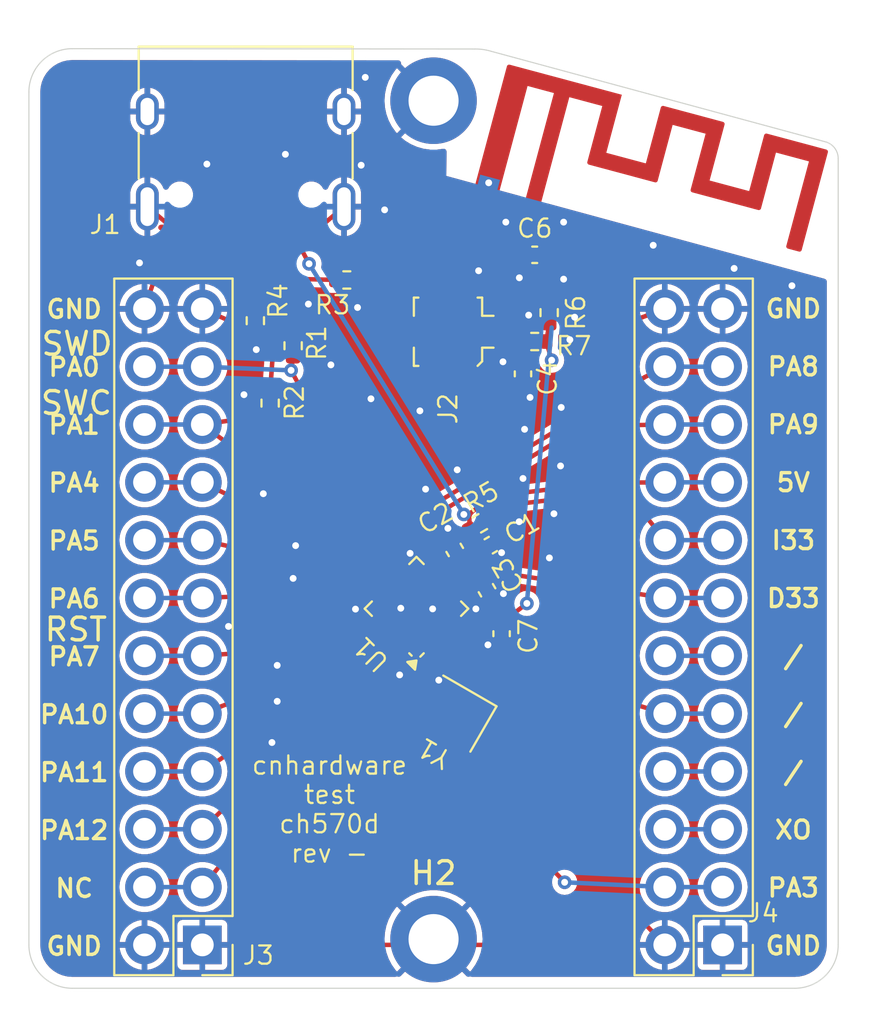
<source format=kicad_pcb>
(kicad_pcb (version 20240108) (generator "pcbnew") (generator_version "8.0")
  (layers (0 "F.Cu" signal) (31 "B.Cu" signal) (34 "B.Paste" user) (35 "F.Paste" user) (36 "B.SilkS" user "B.Silkscreen") (37 "F.SilkS" user "F.Silkscreen") (38 "B.Mask" user) (39 "F.Mask" user) (44 "Edge.Cuts" user))
  (net 0 "")
  (net 1 "+3.3V")
  (net 2 "GND")
  (net 3 "VBUS")
  (net 4 "Net-(J2-In)")
  (net 5 "Net-(U1-ANT)")
  (net 6 "D-")
  (net 7 "Net-(J1-CC1)")
  (net 8 "D+")
  (net 10 "Net-(J1-CC2)")
  (net 12 "Net-(J3-Pin_21)")
  (net 13 "Net-(J3-Pin_19)")
  (net 14 "Net-(J3-Pin_7)")
  (net 15 "Net-(J3-Pin_11)")
  (net 16 "Net-(J3-Pin_5)")
  (net 17 "Net-(J3-Pin_3)")
  (net 18 "Net-(J3-Pin_13)")
  (net 19 "Net-(J4-Pin_19)")
  (net 20 "Net-(J4-Pin_10)")
  (net 21 "Net-(J3-Pin_15)")
  (net 22 "Net-(J4-Pin_21)")
  (net 23 "Net-(J3-Pin_17)")
  (net 24 "Net-(J4-Pin_3)")
  (net 25 "Net-(U1-XI)")
  (net 26 "Net-(U1-XO)")
  (net 27 "Net-(J3-Pin_10)")
  (net 28 "Net-(J4-Pin_7)")
  (net 29 "Net-(J4-Pin_5)")
  (net 30 "Net-(J4-Pin_11)")
  (net 31 "Net-(AE1-Pad1)")
  (footprint "RF_Antenna:Texas_SWRA117D_2.4GHz_Right" (layer "F.Cu") (at 207.650638 64.855 -15)
    (property "Reference" "AE1" (hide yes))
    (property "Value" "0")
    (fp_poly (pts (xy 2.45 -2.51) (xy 4.45 -2.51) (xy 4.45 -5.15) (xy 7.15 -5.15) (xy 7.15 -2.51) (xy 9.15 -2.51) (xy 9.15 -5.15) (xy 11.85 -5.15) (xy 11.85 -0.71) (xy 11.349999 -0.71) (xy 11.349999 -4.65) (xy 9.65 -4.65) (xy 9.65 -2.01) (xy 6.65 -2.01) (xy 6.65 -4.649999) (xy 4.950001 -4.65) (xy 4.95 -2.01) (xy 1.95 -2.01) (xy 1.95 -4.65) (xy 0.25 -4.65) (xy 0.249999 0.25) (xy -0.25 0.249999) (xy -0.25 -4.65) (xy -1.65 -4.65) (xy -1.650001 0.25) (xy -2.55 0.25) (xy -2.55 0.006785) (xy -2.247582 0.006785) (xy -2.237742 0.054395) (xy -2.213674 0.096798) (xy -2.175731 0.129581) (xy -2.167819 0.133935) (xy -2.125156 0.146043) (xy -2.076636 0.1453) (xy -2.031122 0.132401) (xy -2.012511 0.121787) (xy -1.978868 0.086553) (xy -1.958309 0.041367) (xy -1.951778 -0.008158) (xy -1.960218 -0.056418) (xy -1.977112 -0.088643) (xy -2.012372 -0.121312) (xy -2.057682 -0.141408) (xy -2.107267 -0.147983) (xy -2.155352 -0.140091) (xy -2.188246 -0.123186) (xy -2.223185 -0.086416) (xy -2.242847 -0.041622) (xy -2.247582 0.006785) (xy -2.55 0.006785) (xy -2.55 -5.15) (xy 2.45 -5.15) (xy 2.45 -2.51)) (stroke (width 0.2)) (fill solid) (layer "F.Cu"))
    (pad "1" connect rect (at 0 0 345) (size 0.5 0.5) (layers "F.Cu") (net 31 "Net-(AE1-Pad1)"))
    (pad "2" thru_hole rect (at -2.1 0 345) (size 0.9 0.5) (drill 0.3) (layers "*.Cu") (net 2 "GND"))
  )
  (footprint "Resistor_SMD:R_0402_1005Metric" (layer "F.Cu") (at 207.645 71.285)
    (property "Reference" "R7" (at 1.715 0.195 360) (layer "F.SilkS") (effects (font (size 0.8 0.8) (thickness 0.1))))
    (property "Value" "0")
    (pad "1" smd roundrect (at -0.51 0) (size 0.54 0.64) (layers "F.Cu" "F.Paste" "F.Mask") (net 4 "Net-(J2-In)"))
    (pad "2" smd roundrect (at 0.51 0) (size 0.54 0.64) (layers "F.Cu" "F.Paste" "F.Mask") (net 5 "Net-(U1-ANT)"))
  )
  (footprint "Crystal:Crystal_SMD_2016-4Pin_2.0x1.6mm" (layer "F.Cu") (at 204.223782 87.63 150)
    (property "Reference" "Y1" (at 0 -2 150) (layer "F.SilkS") (effects (font (size 0.8 0.8) (thickness 0.1))))
    (property "Value" "32MHz")
    (pad "1" smd rect (at -0.7 0.55 150) (size 0.9 0.8) (layers "F.Cu" "F.Paste" "F.Mask") (net 25 "Net-(U1-XI)"))
    (pad "2" smd rect (at 0.7 0.55 150) (size 0.9 0.8) (layers "F.Cu" "F.Paste" "F.Mask") (net 2 "GND"))
    (pad "3" smd rect (at 0.7 -0.55 150) (size 0.9 0.8) (layers "F.Cu" "F.Paste" "F.Mask") (net 26 "Net-(U1-XO)"))
    (pad "4" smd rect (at -0.7 -0.55 150) (size 0.9 0.8) (layers "F.Cu" "F.Paste" "F.Mask") (net 2 "GND"))
  )
  (footprint "Resistor_SMD:R_0402_1005Metric" (layer "F.Cu") (at 208.28 70.015 -90)
    (property "Reference" "R6" (at 0 -1.17 90) (layer "F.SilkS") (effects (font (size 0.8 0.8) (thickness 0.1))))
    (property "Value" "0")
    (pad "1" smd roundrect (at -0.51 0 270) (size 0.54 0.64) (layers "F.Cu" "F.Paste" "F.Mask") (net 31 "Net-(AE1-Pad1)"))
    (pad "2" smd roundrect (at 0.51 0 270) (size 0.54 0.64) (layers "F.Cu" "F.Paste" "F.Mask") (net 5 "Net-(U1-ANT)"))
  )
  (footprint "Connector_PinHeader_2.54mm:PinHeader_2x12_P2.54mm_Vertical" (layer "F.Cu") (at 215.9 97.79 180)
    (property "Reference" "J4" (at -1.78 1.4 360) (layer "F.SilkS") (effects (font (size 0.8 0.8) (thickness 0.1))))
    (property "Value" "CONN")
    (pad "1" thru_hole rect (at 0 0 180) (size 1.7 1.7) (drill 1) (layers "*.Cu" "*.Mask") (net 2 "GND"))
    (pad "2" thru_hole oval (at 2.54 0 180) (size 1.7 1.7) (drill 1) (layers "*.Cu" "*.Mask") (net 2 "GND"))
    (pad "3" thru_hole oval (at 0 2.54 180) (size 1.7 1.7) (drill 1) (layers "*.Cu" "*.Mask") (net 24 "Net-(J4-Pin_3)"))
    (pad "4" thru_hole oval (at 2.54 2.540001 180) (size 1.7 1.7) (drill 1) (layers "*.Cu" "*.Mask") (net 24 "Net-(J4-Pin_3)"))
    (pad "5" thru_hole oval (at 0 5.08 180) (size 1.7 1.7) (drill 1) (layers "*.Cu" "*.Mask") (net 29 "Net-(J4-Pin_5)"))
    (pad "6" thru_hole oval (at 2.54 5.08 180) (size 1.7 1.7) (drill 1) (layers "*.Cu" "*.Mask") (net 29 "Net-(J4-Pin_5)"))
    (pad "7" thru_hole oval (at 0 7.62 180) (size 1.7 1.7) (drill 1) (layers "*.Cu" "*.Mask") (net 28 "Net-(J4-Pin_7)"))
    (pad "8" thru_hole oval (at 2.54 7.620001 180) (size 1.7 1.7) (drill 1) (layers "*.Cu" "*.Mask") (net 28 "Net-(J4-Pin_7)"))
    (pad "9" thru_hole oval (at 0 10.16 180) (size 1.7 1.7) (drill 1) (layers "*.Cu" "*.Mask") (net 20 "Net-(J4-Pin_10)"))
    (pad "10" thru_hole oval (at 2.54 10.16 180) (size 1.7 1.7) (drill 1) (layers "*.Cu" "*.Mask") (net 20 "Net-(J4-Pin_10)"))
    (pad "11" thru_hole oval (at 0 12.7 180) (size 1.7 1.7) (drill 1) (layers "*.Cu" "*.Mask") (net 30 "Net-(J4-Pin_11)"))
    (pad "12" thru_hole oval (at 2.54 12.700001 180) (size 1.7 1.7) (drill 1) (layers "*.Cu" "*.Mask") (net 30 "Net-(J4-Pin_11)"))
    (pad "13" thru_hole oval (at 0 15.24 180) (size 1.7 1.7) (drill 1) (layers "*.Cu" "*.Mask") (net 1 "+3.3V"))
    (pad "14" thru_hole oval (at 2.54 15.24 180) (size 1.7 1.7) (drill 1) (layers "*.Cu" "*.Mask") (net 1 "+3.3V"))
    (pad "15" thru_hole oval (at 0 17.78 180) (size 1.7 1.7) (drill 1) (layers "*.Cu" "*.Mask") (net 1 "+3.3V"))
    (pad "16" thru_hole oval (at 2.54 17.780001 180) (size 1.7 1.7) (drill 1) (layers "*.Cu" "*.Mask") (net 1 "+3.3V"))
    (pad "17" thru_hole oval (at 0 20.32 180) (size 1.7 1.7) (drill 1) (layers "*.Cu" "*.Mask") (net 3 "VBUS"))
    (pad "18" thru_hole oval (at 2.540001 20.32 180) (size 1.7 1.7) (drill 1) (layers "*.Cu" "*.Mask") (net 3 "VBUS"))
    (pad "19" thru_hole oval (at 0 22.86 180) (size 1.7 1.7) (drill 1) (layers "*.Cu" "*.Mask") (net 19 "Net-(J4-Pin_19)"))
    (pad "20" thru_hole oval (at 2.540001 22.86 180) (size 1.7 1.7) (drill 1) (layers "*.Cu" "*.Mask") (net 19 "Net-(J4-Pin_19)"))
    (pad "21" thru_hole oval (at 0 25.4 180) (size 1.7 1.7) (drill 1) (layers "*.Cu" "*.Mask") (net 22 "Net-(J4-Pin_21)"))
    (pad "22" thru_hole oval (at 2.540001 25.4 180) (size 1.7 1.7) (drill 1) (layers "*.Cu" "*.Mask") (net 22 "Net-(J4-Pin_21)"))
    (pad "23" thru_hole oval (at 0 27.94 180) (size 1.7 1.7) (drill 1) (layers "*.Cu" "*.Mask") (net 2 "GND"))
    (pad "24" thru_hole oval (at 2.540001 27.94 180) (size 1.7 1.7) (drill 1) (layers "*.Cu" "*.Mask") (net 2 "GND"))
  )
  (footprint "Resistor_SMD:R_0402_1005Metric" (layer "F.Cu") (at 199.39 68.58)
    (property "Reference" "R3" (at -0.63 1.1 0) (layer "F.SilkS") (effects (font (size 0.8 0.8) (thickness 0.1))))
    (property "Value" "5.1kΩ")
    (pad "1" smd roundrect (at -0.51 0) (size 0.54 0.64) (layers "F.Cu" "F.Paste" "F.Mask") (net 7 "Net-(J1-CC1)"))
    (pad "2" smd roundrect (at 0.51 0) (size 0.54 0.64) (layers "F.Cu" "F.Paste" "F.Mask") (net 2 "GND"))
  )
  (footprint "Package_DFN_QFN:QFN-20-1EP_3x3mm_P0.4mm_EP1.65x1.65mm" (layer "F.Cu") (at 202.449999 83.020173 135)
    (property "Reference" "U1" (at 0 -2.83 135) (layer "F.SilkS") (effects (font (size 0.8 0.8) (thickness 0.1))))
    (property "Value" "CH570D")
    (pad "1" smd roundrect (at -1.45 -0.799999 135) (size 0.85 0.2) (layers "F.Cu" "F.Paste" "F.Mask") (net 24 "Net-(J4-Pin_3)"))
    (pad "2" smd roundrect (at -1.45 -0.4 135) (size 0.85 0.2) (layers "F.Cu" "F.Paste" "F.Mask") (net 26 "Net-(U1-XO)"))
    (pad "3" smd roundrect (at -1.45 0 135) (size 0.85 0.2) (layers "F.Cu" "F.Paste" "F.Mask") (net 25 "Net-(U1-XI)"))
    (pad "4" smd roundrect (at -1.45 0.4 135) (size 0.85 0.2) (layers "F.Cu" "F.Paste" "F.Mask") (net 20 "Net-(J4-Pin_10)"))
    (pad "5" smd roundrect (at -1.45 0.799999 135) (size 0.85 0.2) (layers "F.Cu" "F.Paste" "F.Mask") (net 5 "Net-(U1-ANT)"))
    (pad "6" smd roundrect (at -0.799999 1.45 135) (size 0.2 0.85) (layers "F.Cu" "F.Paste" "F.Mask") (net 1 "+3.3V"))
    (pad "7" smd roundrect (at -0.4 1.45 135) (size 0.2 0.85) (layers "F.Cu" "F.Paste" "F.Mask") (net 1 "+3.3V"))
    (pad "8" smd roundrect (at 0 1.45 135) (size 0.2 0.85) (layers "F.Cu" "F.Paste" "F.Mask") (net 3 "VBUS"))
    (pad "9" smd roundrect (at 0.4 1.45 135) (size 0.2 0.85) (layers "F.Cu" "F.Paste" "F.Mask") (net 19 "Net-(J4-Pin_19)"))
    (pad "10" smd roundrect (at 0.799999 1.45 135) (size 0.2 0.85) (layers "F.Cu" "F.Paste" "F.Mask") (net 22 "Net-(J4-Pin_21)"))
    (pad "11" smd roundrect (at 1.45 0.799999 135) (size 0.85 0.2) (layers "F.Cu" "F.Paste" "F.Mask") (net 12 "Net-(J3-Pin_21)"))
    (pad "12" smd roundrect (at 1.45 0.4 135) (size 0.85 0.2) (layers "F.Cu" "F.Paste" "F.Mask") (net 13 "Net-(J3-Pin_19)"))
    (pad "13" smd roundrect (at 1.45 0 135) (size 0.85 0.2) (layers "F.Cu" "F.Paste" "F.Mask") (net 23 "Net-(J3-Pin_17)"))
    (pad "14" smd roundrect (at 1.45 -0.4 135) (size 0.85 0.2) (layers "F.Cu" "F.Paste" "F.Mask") (net 21 "Net-(J3-Pin_15)"))
    (pad "15" smd roundrect (at 1.45 -0.799999 135) (size 0.85 0.2) (layers "F.Cu" "F.Paste" "F.Mask") (net 18 "Net-(J3-Pin_13)"))
    (pad "16" smd roundrect (at 0.799999 -1.45 135) (size 0.2 0.85) (layers "F.Cu" "F.Paste" "F.Mask") (net 15 "Net-(J3-Pin_11)"))
    (pad "17" smd roundrect (at 0.4 -1.45 135) (size 0.2 0.85) (layers "F.Cu" "F.Paste" "F.Mask") (net 27 "Net-(J3-Pin_10)"))
    (pad "18" smd roundrect (at 0 -1.45 135) (size 0.2 0.85) (layers "F.Cu" "F.Paste" "F.Mask") (net 14 "Net-(J3-Pin_7)"))
    (pad "19" smd roundrect (at -0.4 -1.45 135) (size 0.2 0.85) (layers "F.Cu" "F.Paste" "F.Mask") (net 16 "Net-(J3-Pin_5)"))
    (pad "20" smd roundrect (at -0.799999 -1.45 135) (size 0.2 0.85) (layers "F.Cu" "F.Paste" "F.Mask") (net 17 "Net-(J3-Pin_3)"))
    (pad "21" smd rect (at 0 0 135) (size 1.65 1.65) (property pad_prop_heatsink) (layers "F.Cu" "F.Mask") (net 2 "GND"))
  )
  (footprint "Capacitor_SMD:C_0402_1005Metric" (layer "F.Cu") (at 205.715692 80.23 30)
    (property "Reference" "C1" (at 1.551525 0.041295 30) (layer "F.SilkS") (effects (font (size 0.8 0.8) (thickness 0.1))))
    (property "Value" "2.2uF")
    (pad "1" smd roundrect (at -0.48 0 30) (size 0.56 0.62) (layers "F.Cu" "F.Paste" "F.Mask") (net 1 "+3.3V"))
    (pad "2" smd roundrect (at 0.48 0 30) (size 0.56 0.62) (layers "F.Cu" "F.Paste" "F.Mask") (net 2 "GND"))
  )
  (footprint "Resistor_SMD:R_0402_1005Metric" (layer "F.Cu") (at 205.23 79.27 30)
    (property "Reference" "R5" (at 0.621962 -0.957269 30) (layer "F.SilkS") (effects (font (size 0.8 0.8) (thickness 0.1))))
    (property "Value" "1.5kΩ")
    (pad "1" smd roundrect (at -0.51 0 30) (size 0.54 0.64) (layers "F.Cu" "F.Paste" "F.Mask") (net 3 "VBUS"))
    (pad "2" smd roundrect (at 0.51 0 30) (size 0.54 0.64) (layers "F.Cu" "F.Paste" "F.Mask") (net 1 "+3.3V"))
  )
  (footprint "Connector_PinHeader_2.54mm:PinHeader_2x12_P2.54mm_Vertical" (layer "F.Cu") (at 193.04 97.79 180)
    (property "Reference" "J3" (at -2.46 -0.46 360) (layer "F.SilkS") (effects (font (size 0.8 0.8) (thickness 0.1))))
    (property "Value" "CONN")
    (pad "1" thru_hole rect (at 0 0 180) (size 1.7 1.7) (drill 1) (layers "*.Cu" "*.Mask") (net 2 "GND"))
    (pad "2" thru_hole oval (at 2.54 0 180) (size 1.7 1.7) (drill 1) (layers "*.Cu" "*.Mask") (net 2 "GND"))
    (pad "3" thru_hole oval (at 0 2.54 180) (size 1.7 1.7) (drill 1) (layers "*.Cu" "*.Mask") (net 17 "Net-(J3-Pin_3)"))
    (pad "4" thru_hole oval (at 2.54 2.540001 180) (size 1.7 1.7) (drill 1) (layers "*.Cu" "*.Mask") (net 17 "Net-(J3-Pin_3)"))
    (pad "5" thru_hole oval (at 0 5.08 180) (size 1.7 1.7) (drill 1) (layers "*.Cu" "*.Mask") (net 16 "Net-(J3-Pin_5)"))
    (pad "6" thru_hole oval (at 2.54 5.08 180) (size 1.7 1.7) (drill 1) (layers "*.Cu" "*.Mask") (net 16 "Net-(J3-Pin_5)"))
    (pad "7" thru_hole oval (at 0 7.62 180) (size 1.7 1.7) (drill 1) (layers "*.Cu" "*.Mask") (net 14 "Net-(J3-Pin_7)"))
    (pad "8" thru_hole oval (at 2.54 7.620001 180) (size 1.7 1.7) (drill 1) (layers "*.Cu" "*.Mask") (net 14 "Net-(J3-Pin_7)"))
    (pad "9" thru_hole oval (at 0 10.16 180) (size 1.7 1.7) (drill 1) (layers "*.Cu" "*.Mask") (net 27 "Net-(J3-Pin_10)"))
    (pad "10" thru_hole oval (at 2.54 10.16 180) (size 1.7 1.7) (drill 1) (layers "*.Cu" "*.Mask") (net 27 "Net-(J3-Pin_10)"))
    (pad "11" thru_hole oval (at 0 12.7 180) (size 1.7 1.7) (drill 1) (layers "*.Cu" "*.Mask") (net 15 "Net-(J3-Pin_11)"))
    (pad "12" thru_hole oval (at 2.54 12.700001 180) (size 1.7 1.7) (drill 1) (layers "*.Cu" "*.Mask") (net 15 "Net-(J3-Pin_11)"))
    (pad "13" thru_hole oval (at 0 15.24 180) (size 1.7 1.7) (drill 1) (layers "*.Cu" "*.Mask") (net 18 "Net-(J3-Pin_13)"))
    (pad "14" thru_hole oval (at 2.54 15.24 180) (size 1.7 1.7) (drill 1) (layers "*.Cu" "*.Mask") (net 18 "Net-(J3-Pin_13)"))
    (pad "15" thru_hole oval (at 0 17.78 180) (size 1.7 1.7) (drill 1) (layers "*.Cu" "*.Mask") (net 21 "Net-(J3-Pin_15)"))
    (pad "16" thru_hole oval (at 2.54 17.780001 180) (size 1.7 1.7) (drill 1) (layers "*.Cu" "*.Mask") (net 21 "Net-(J3-Pin_15)"))
    (pad "17" thru_hole oval (at 0 20.32 180) (size 1.7 1.7) (drill 1) (layers "*.Cu" "*.Mask") (net 23 "Net-(J3-Pin_17)"))
    (pad "18" thru_hole oval (at 2.540001 20.32 180) (size 1.7 1.7) (drill 1) (layers "*.Cu" "*.Mask") (net 23 "Net-(J3-Pin_17)"))
    (pad "19" thru_hole oval (at 0 22.86 180) (size 1.7 1.7) (drill 1) (layers "*.Cu" "*.Mask") (net 13 "Net-(J3-Pin_19)"))
    (pad "20" thru_hole oval (at 2.540001 22.86 180) (size 1.7 1.7) (drill 1) (layers "*.Cu" "*.Mask") (net 13 "Net-(J3-Pin_19)"))
    (pad "21" thru_hole oval (at 0 25.4 180) (size 1.7 1.7) (drill 1) (layers "*.Cu" "*.Mask") (net 12 "Net-(J3-Pin_21)"))
    (pad "22" thru_hole oval (at 2.540001 25.4 180) (size 1.7 1.7) (drill 1) (layers "*.Cu" "*.Mask") (net 12 "Net-(J3-Pin_21)"))
    (pad "23" thru_hole oval (at 0 27.94 180) (size 1.7 1.7) (drill 1) (layers "*.Cu" "*.Mask") (net 2 "GND"))
    (pad "24" thru_hole oval (at 2.540001 27.94 180) (size 1.7 1.7) (drill 1) (layers "*.Cu" "*.Mask") (net 2 "GND"))
  )
  (footprint "Capacitor_SMD:C_0402_1005Metric" (layer "F.Cu") (at 206.19 84.12 90)
    (property "Reference" "C7" (at -0.11 1.17 90) (layer "F.SilkS") (effects (font (size 0.8 0.8) (thickness 0.1))))
    (property "Value" "NP")
    (pad "1" smd roundrect (at -0.48 0 90) (size 0.56 0.62) (layers "F.Cu" "F.Paste" "F.Mask") (net 2 "GND"))
    (pad "2" smd roundrect (at 0.48 0 90) (size 0.56 0.62) (layers "F.Cu" "F.Paste" "F.Mask") (net 5 "Net-(U1-ANT)"))
  )
  (footprint "Connector_USB:USB_C_Receptacle_HRO_TYPE-C-31-M-12" (layer "F.Cu") (at 194.945 62.23 180)
    (property "Reference" "J1" (at 6.175 -3.92 360) (layer "F.SilkS") (effects (font (size 0.8 0.8) (thickness 0.1))))
    (property "Value" "USB_C_Receptacle_USB2.0")
    (pad "" np_thru_hole circle (at -2.89 -2.6 180) (size 0.65 0.65) (drill 0.65) (layers "*.Cu" "*.Mask"))
    (pad "" np_thru_hole circle (at 2.89 -2.6 180) (size 0.65 0.65) (drill 0.65) (layers "*.Cu" "*.Mask"))
    (pad "A1" smd rect (at -3.25 -4.045 180) (size 0.6 1.45) (layers "F.Cu" "F.Paste" "F.Mask") (net 2 "GND"))
    (pad "A4" smd rect (at -2.45 -4.045 180) (size 0.6 1.45) (layers "F.Cu" "F.Paste" "F.Mask") (net 3 "VBUS"))
    (pad "A5" smd rect (at -1.25 -4.045 180) (size 0.3 1.45) (layers "F.Cu" "F.Paste" "F.Mask") (net 7 "Net-(J1-CC1)"))
    (pad "A6" smd rect (at -0.25 -4.045 180) (size 0.3 1.45) (layers "F.Cu" "F.Paste" "F.Mask") (net 8 "D+"))
    (pad "A7" smd rect (at 0.25 -4.045 180) (size 0.3 1.45) (layers "F.Cu" "F.Paste" "F.Mask") (net 6 "D-"))
    (pad "A8" smd rect (at 1.25 -4.045 180) (size 0.3 1.45) (layers "F.Cu" "F.Paste" "F.Mask"))
    (pad "A9" smd rect (at 2.45 -4.045 180) (size 0.6 1.45) (layers "F.Cu" "F.Paste" "F.Mask") (net 3 "VBUS"))
    (pad "A12" smd rect (at 3.25 -4.045 180) (size 0.6 1.45) (layers "F.Cu" "F.Paste" "F.Mask") (net 2 "GND"))
    (pad "B1" smd rect (at 3.25 -4.045 180) (size 0.6 1.45) (layers "F.Cu" "F.Paste" "F.Mask") (net 2 "GND"))
    (pad "B4" smd rect (at 2.45 -4.045 180) (size 0.6 1.45) (layers "F.Cu" "F.Paste" "F.Mask") (net 3 "VBUS"))
    (pad "B5" smd rect (at 1.749999 -4.045 180) (size 0.3 1.45) (layers "F.Cu" "F.Paste" "F.Mask") (net 10 "Net-(J1-CC2)"))
    (pad "B6" smd rect (at 0.75 -4.045 180) (size 0.3 1.45) (layers "F.Cu" "F.Paste" "F.Mask") (net 8 "D+"))
    (pad "B7" smd rect (at -0.75 -4.045 180) (size 0.3 1.45) (layers "F.Cu" "F.Paste" "F.Mask") (net 6 "D-"))
    (pad "B8" smd rect (at -1.749999 -4.045 180) (size 0.3 1.45) (layers "F.Cu" "F.Paste" "F.Mask"))
    (pad "B9" smd rect (at -2.45 -4.045 180) (size 0.6 1.45) (layers "F.Cu" "F.Paste" "F.Mask") (net 3 "VBUS"))
    (pad "B12" smd rect (at -3.25 -4.045 180) (size 0.6 1.45) (layers "F.Cu" "F.Paste" "F.Mask") (net 2 "GND"))
    (pad "S1" thru_hole oval (at -4.32 -3.130001 180) (size 1 2.1) (drill oval 0.6 1.7) (layers "*.Cu" "*.Mask") (net 2 "GND"))
    (pad "S1" thru_hole oval (at -4.32 1.05 180) (size 1 1.6) (drill oval 0.6 1.2) (layers "*.Cu" "*.Mask") (net 2 "GND"))
    (pad "S1" thru_hole oval (at 4.32 -3.130001 180) (size 1 2.1) (drill oval 0.6 1.7) (layers "*.Cu" "*.Mask") (net 2 "GND"))
    (pad "S1" thru_hole oval (at 4.32 1.05 180) (size 1 1.6) (drill oval 0.6 1.2) (layers "*.Cu" "*.Mask") (net 2 "GND"))
  )
  (footprint "MountingHole:MountingHole_2.2mm_M2_DIN965_Pad" (layer "F.Cu") (at 203.2 60.706)
    (property "Reference" "H1" (hide yes))
    (property "Value" "MountingHole_Pad")
    (pad "1" thru_hole circle (at 0 0) (size 3.8 3.8) (drill 2.2) (layers "*.Cu" "*.Mask") (net 2 "GND"))
  )
  (footprint "Connector_Coaxial:U.FL_Molex_MCRF_73412-0110_Vertical" (layer "F.Cu") (at 203.835 70.855 90)
    (property "Reference" "J2" (at -3.38 0 90) (layer "F.SilkS") (effects (font (size 0.8 0.8) (thickness 0.1))))
    (property "Value" "UFL")
    (pad "1" smd rect (at 0 1.5 90) (size 1 1) (layers "F.Cu" "F.Paste" "F.Mask") (net 4 "Net-(J2-In)"))
    (pad "2" smd rect (at -1.475 0 90) (size 1.05 2.2) (layers "F.Cu" "F.Paste" "F.Mask") (net 2 "GND"))
    (pad "2" smd rect (at 0 -1.5 90) (size 1 1) (layers "F.Cu" "F.Paste" "F.Mask") (net 2 "GND"))
    (pad "2" smd rect (at 1.475 0 90) (size 1.05 2.2) (layers "F.Cu" "F.Paste" "F.Mask") (net 2 "GND"))
  )
  (footprint "Capacitor_SMD:C_0402_1005Metric" (layer "F.Cu") (at 207.645 67.475)
    (property "Reference" "C6" (at 0 -1.16 0) (layer "F.SilkS") (effects (font (size 0.8 0.8) (thickness 0.1))))
    (property "Value" "NP")
    (pad "1" smd roundrect (at -0.48 0) (size 0.56 0.62) (layers "F.Cu" "F.Paste" "F.Mask") (net 2 "GND"))
    (pad "2" smd roundrect (at 0.48 0) (size 0.56 0.62) (layers "F.Cu" "F.Paste" "F.Mask") (net 31 "Net-(AE1-Pad1)"))
  )
  (footprint "Resistor_SMD:R_0402_1005Metric" (layer "F.Cu") (at 195.37 70.37 -90)
    (property "Reference" "R4" (at -0.87 -1 90) (layer "F.SilkS") (effects (font (size 0.8 0.8) (thickness 0.1))))
    (property "Value" "5.1kΩ")
    (pad "1" smd roundrect (at -0.51 0 270) (size 0.54 0.64) (layers "F.Cu" "F.Paste" "F.Mask") (net 10 "Net-(J1-CC2)"))
    (pad "2" smd roundrect (at 0.51 0 270) (size 0.54 0.64) (layers "F.Cu" "F.Paste" "F.Mask") (net 2 "GND"))
  )
  (footprint "Capacitor_SMD:C_0402_1005Metric" (layer "F.Cu") (at 204.13 80.44 120)
    (property "Reference" "C2" (at 1.628775 -0.041122 30) (layer "F.SilkS") (effects (font (size 0.8 0.8) (thickness 0.1))))
    (property "Value" "4.7u")
    (pad "1" smd roundrect (at -0.48 0 120) (size 0.56 0.62) (layers "F.Cu" "F.Paste" "F.Mask") (net 3 "VBUS"))
    (pad "2" smd roundrect (at 0.48 0 120) (size 0.56 0.62) (layers "F.Cu" "F.Paste" "F.Mask") (net 2 "GND"))
  )
  (footprint "MountingHole:MountingHole_2.2mm_M2_DIN965_Pad" (layer "F.Cu") (at 203.2 97.536)
    (property "Reference" "H2" (at 0 -2.9 0) (layer "F.SilkS"))
    (property "Value" "MountingHole_Pad")
    (pad "1" thru_hole circle (at 0 0) (size 3.8 3.8) (drill 2.2) (layers "*.Cu" "*.Mask") (net 2 "GND"))
  )
  (footprint "Capacitor_SMD:C_0402_1005Metric" (layer "F.Cu") (at 207.13 72.705 90)
    (property "Reference" "C4" (at -0.185 1.08 90) (layer "F.SilkS") (effects (font (size 0.8 0.8) (thickness 0.1))))
    (property "Value" "NP")
    (pad "1" smd roundrect (at -0.48 0 90) (size 0.56 0.62) (layers "F.Cu" "F.Paste" "F.Mask") (net 2 "GND"))
    (pad "2" smd roundrect (at 0.48 0 90) (size 0.56 0.62) (layers "F.Cu" "F.Paste" "F.Mask") (net 4 "Net-(J2-In)"))
  )
  (footprint "Resistor_SMD:R_0402_1005Metric" (layer "F.Cu") (at 197.03 71.47 90)
    (property "Reference" "R1" (at 0.12 1.04 90) (layer "F.SilkS") (effects (font (size 0.8 0.8) (thickness 0.1))))
    (property "Value" "49.9Ω")
    (pad "1" smd roundrect (at -0.51 0 90) (size 0.54 0.64) (layers "F.Cu" "F.Paste" "F.Mask") (net 12 "Net-(J3-Pin_21)"))
    (pad "2" smd roundrect (at 0.51 0 90) (size 0.54 0.64) (layers "F.Cu" "F.Paste" "F.Mask") (net 6 "D-"))
  )
  (footprint "Resistor_SMD:R_0402_1005Metric" (layer "F.Cu") (at 196.02 73.99 90)
    (property "Reference" "R2" (at 0.02 1.07 90) (layer "F.SilkS") (effects (font (size 0.8 0.8) (thickness 0.1))))
    (property "Value" "49.9Ω")
    (pad "1" smd roundrect (at -0.51 0 90) (size 0.54 0.64) (layers "F.Cu" "F.Paste" "F.Mask") (net 13 "Net-(J3-Pin_19)"))
    (pad "2" smd roundrect (at 0.51 0 90) (size 0.54 0.64) (layers "F.Cu" "F.Paste" "F.Mask") (net 8 "D+"))
  )
  (footprint "Capacitor_SMD:C_0402_1005Metric" (layer "F.Cu") (at 205.55 82.21 -60)
    (property "Reference" "C3" (at -0.101577 -1.144064 120) (layer "F.SilkS") (effects (font (size 0.8 0.8) (thickness 0.1))))
    (property "Value" "0.1uF")
    (pad "1" smd roundrect (at -0.48 0 300) (size 0.56 0.62) (layers "F.Cu" "F.Paste" "F.Mask") (net 1 "+3.3V"))
    (pad "2" smd roundrect (at 0.48 0 300) (size 0.56 0.62) (layers "F.Cu" "F.Paste" "F.Mask") (net 2 "GND"))
  )
  (gr_arc (start 185.42 60.325) (mid 185.977962 58.977962) (end 187.325 58.42) (stroke (width 0.05)) (layer "Edge.Cuts"))
  (gr_line (start 187.325 58.42) (end 205.011063 58.434841) (stroke (width 0.05)) (layer "Edge.Cuts"))
  (gr_arc (start 187.325 99.695) (mid 185.977962 99.137038) (end 185.42 97.79) (stroke (width 0.05)) (layer "Edge.Cuts"))
  (gr_arc (start 220.459075 62.52314) (mid 220.8362 62.800498) (end 220.98 63.246) (stroke (width 0.05)) (layer "Edge.Cuts"))
  (gr_line (start 185.42 97.79) (end 185.42 60.325) (stroke (width 0.05)) (layer "Edge.Cuts"))
  (gr_line (start 219.075 99.695) (end 187.325 99.695) (stroke (width 0.05)) (layer "Edge.Cuts"))
  (gr_line (start 220.459075 62.52314) (end 205.75 58.540001) (stroke (width 0.05)) (layer "Edge.Cuts"))
  (gr_arc (start 220.98 97.79) (mid 220.422038 99.137038) (end 219.075 99.695) (stroke (width 0.05)) (layer "Edge.Cuts"))
  (gr_arc (start 205.011063 58.434841) (mid 205.384688 58.458218) (end 205.75 58.540001) (stroke (width 0.05)) (layer "Edge.Cuts"))
  (gr_line (start 220.98 63.246) (end 220.98 97.79) (stroke (width 0.05)) (layer "Edge.Cuts"))
  (gr_text "SWD" (at 185.89 71.97 0) (layer "F.SilkS") (effects (font (size 1 1)) (justify left bottom)))
  (gr_text "GND\n\nPA8\n\nPA9\n\n5V\n\nI33\n\nD33\n\n/\n\n/\n\n/\n\nXO\n\nPA3\n\nGND" (at 219.01 98.29 0) (layer "F.SilkS") (effects (font (size 0.79 0.79)) (justify bottom)))
  (gr_text "SWC" (at 185.86 74.57 0) (layer "F.SilkS") (effects (font (size 1 1)) (justify left bottom)))
  (gr_text "cnhardware\ntest\nch570d\nrev -" (at 198.628 94.234 0) (layer "F.SilkS") (effects (font (size 0.8 0.8) (thickness 0.1)) (justify bottom)))
  (gr_text "GND\n\nPA0\n\nPA1\n\nPA4\n\nPA5\n\nPA6\n\nPA7\n\nPA10\n\nPA11\n\nPA12\n\nNC\n\nGND" (at 187.41 98.31 0) (layer "F.SilkS") (effects (font (size 0.79 0.79)) (justify bottom)))
  (gr_text "RST" (at 186.03 84.52 0) (layer "F.SilkS") (effects (font (size 1 1)) (justify left bottom)))
  (segment (start 212.14 78.47) (end 213.36 80.009999) (width 0.195) (layer "F.Cu") (net 1))
  (segment (start 213.36 82.55) (end 206.66 81.52) (width 0.195) (layer "F.Cu") (net 1))
  (segment (start 205.31 81.794308) (end 204.58 82.04) (width 0.195) (layer "F.Cu") (net 1))
  (segment (start 206.83 78.43) (end 205.671673 79.015) (width 0.195) (layer "F.Cu") (net 1))
  (segment (start 204.58 82.04) (end 204.040989 82.560553) (width 0.195) (layer "F.Cu") (net 1))
  (segment (start 206.66 81.52) (end 205.31 81.794308) (width 0.195) (layer "F.Cu") (net 1))
  (segment (start 210.85 77.94) (end 212.14 78.47) (width 0.195) (layer "F.Cu") (net 1))
  (segment (start 205.3 80.47) (end 205.46 79.58) (width 0.195) (layer "F.Cu") (net 1))
  (segment (start 205.16 81.18) (end 205.31 81.794308) (width 0.195) (layer "F.Cu") (net 1))
  (segment (start 206.83 78.43) (end 210.85 77.94) (width 0.195) (layer "F.Cu") (net 1))
  (segment (start 205.16 81.18) (end 205.3 80.47) (width 0.195) (layer "F.Cu") (net 1))
  (segment (start 205.46 79.58) (end 205.671673 79.015) (width 0.195) (layer "F.Cu") (net 1))
  (segment (start 203.758146 82.277711) (end 204.4 81.66) (width 0.195) (layer "F.Cu") (net 1))
  (segment (start 204.4 81.66) (end 205.16 81.18) (width 0.195) (layer "F.Cu") (net 1))
  (segment (start 213.36 82.55) (end 215.9 82.55) (width 0.195) (layer "B.Cu") (net 1))
  (segment (start 213.36 80.009999) (end 215.9 80.01) (width 0.195) (layer "B.Cu") (net 1))
  (segment (start 203.835 69.38) (end 203.355 67.475) (width 0.195) (layer "F.Cu") (net 2))
  (segment (start 195.37 70.88) (end 193.04 69.85) (width 0.195) (layer "F.Cu") (net 2))
  (segment (start 207.13 73.185) (end 209.08 72.86) (width 0.195) (layer "F.Cu") (net 2))
  (segment (start 206.27 82.36) (end 206.27 82.235692) (width 0.195) (layer "F.Cu") (net 2))
  (segment (start 198.195 66.275) (end 199.265 65.360001) (width 0.195) (layer "F.Cu") (net 2))
  (segment (start 203.302171 67.372829) (end 203.355 67.475) (width 0.195) (layer "F.Cu") (net 2))
  (segment (start 205.622194 64.31148) (end 204.795795 65.095795) (width 0.195) (layer "F.Cu") (net 2))
  (segment (start 198.195 66.275) (end 199.9 68.58) (width 0.195) (layer "F.Cu") (net 2))
  (segment (start 199.265 65.360001) (end 199.265 61.18) (width 0.195) (layer "F.Cu") (net 2))
  (segment (start 190.625 61.18) (end 190.625 65.360001) (width 0.195) (layer "F.Cu") (net 2))
  (segment (start 207.13 73.185) (end 203.835 72.33) (width 0.195) (layer "F.Cu") (net 2))
  (segment (start 193.04 97.79) (end 213.36 97.79) (width 0.195) (layer "F.Cu") (net 2))
  (segment (start 195.37 70.88) (end 195.41 71.64) (width 0.195) (layer "F.Cu") (net 2))
  (segment (start 203.892564 86.803686) (end 203.43 86.16) (width 0.195) (layer "F.Cu") (net 2))
  (segment (start 209.08 72.86) (end 209.17 72.845) (width 0.195) (layer "F.Cu") (net 2))
  (segment (start 206.27 82.235692) (end 206.17 82.135692) (width 0.195) (layer "F.Cu") (net 2))
  (segment (start 199.9 68.58) (end 199.62 69.38) (width 0.195) (layer "F.Cu") (net 2))
  (segment (start 206.131384 79.99) (end 206.19 80.56) (width 0.195) (layer "F.Cu") (net 2))
  (segment (start 202.37 64.135) (end 203.302171 65.937829) (width 0.195) (layer "F.Cu") (net 2))
  (segment (start 206.19 84.6) (end 205.59 84.61) (width 0.195) (layer "F.Cu") (net 2))
  (segment (start 199.62 69.38) (end 197.7 69.64) (width 0.195) (layer "F.Cu") (net 2))
  (segment (start 203.835 72.33) (end 202.335 70.855) (width 0.195) (layer "F.Cu") (net 2))
  (segment (start 191.695 66.275) (end 190.499999 69.85) (width 0.195) (layer "F.Cu") (net 2))
  (segment (start 205.622194 64.31148) (end 205.74 65.405) (width 0.195) (layer "F.Cu") (net 2))
  (segment (start 203.83 79.49) (end 203.89 80.024308) (width 0.195) (layer "F.Cu") (net 2))
  (segment (start 202.335 70.855) (end 203.835 69.38) (width 0.195) (layer "F.Cu") (net 2))
  (segment (start 213.36 97.79) (end 204.555 88.456314) (width 0.195) (layer "F.Cu") (net 2))
  (segment (start 191.695 66.275) (end 190.625 65.360001) (width 0.195) (layer "F.Cu") (net 2))
  (segment (start 203.16 83.03) (end 201.76 83) (width 0.195) (layer "F.Cu") (net 2))
  (segment (start 209.17 71.41) (end 213.359999 69.85) (width 0.195) (layer "F.Cu") (net 2))
  (via (at 208.78 76.75) (size 0.6) (drill 0.3) (layers "F.Cu" "B.Cu") (net 2))
  (via (at 194.87 73.62) (size 0.6) (drill 0.3) (layers "F.Cu" "B.Cu") (net 2))
  (via (at 190.28 67.83) (size 0.6) (drill 0.3) (layers "F.Cu" "B.Cu") (net 2))
  (via (at 200.45 73.8) (size 0.6) (drill 0.3) (layers "F.Cu" "B.Cu") (net 2))
  (via (at 203.43 86.16) (size 0.6) (drill 0.3) (layers "F.Cu" "B.Cu") (net 2))
  (via (at 208.49 78.85) (size 0.6) (drill 0.3) (layers "F.Cu" "B.Cu") (net 2))
  (via (at 202.6 74.33) (size 0.6) (drill 0.3) (layers "F.Cu" "B.Cu") (net 2))
  (via (at 194.19 83.8) (size 0.6) (drill 0.3) (layers "F.Cu" "B.Cu") (net 2))
  (via (at 200.2 59.68) (size 0.6) (drill 0.3) (layers "F.Cu" "B.Cu") (net 2))
  (via (at 199.86 69.79) (size 0.6) (drill 0.3) (layers "F.Cu" "B.Cu") (net 2))
  (via (at 193.24 63.49) (size 0.6) (drill 0.3) (layers "F.Cu" "B.Cu") (net 2))
  (via (at 203.16 83.03) (size 0.6) (drill 0.3) (layers "F.Cu" "B.Cu") (net 2))
  (via (at 207.38 70.125) (size 0.6) (drill 0.3) (layers "F.Cu" "B.Cu") (net 2))
  (via (at 205.06 83.03) (size 0.6) (drill 0.3) (layers "F.Cu" "B.Cu") (net 2))
  (via (at 197.7 69.64) (size 0.6) (drill 0.3) (layers "F.Cu" "B.Cu") (net 2))
  (via (at 203.83 79.49) (size 0.6) (drill 0.3) (layers "F.Cu" "B.Cu") (net 2))
  (via (at 206.96 79.2) (size 0.6) (drill 0.3) (layers "F.Cu" "B.Cu") (net 2))
  (via (at 212.852 67.056) (size 0.6) (drill 0.3) (layers "F.Cu" "B.Cu") (net 2))
  (via (at 206.97 68.485) (size 0.6) (drill 0.3) (layers "F.Cu" "B.Cu") (net 2))
  (via (at 199.77 83.04) (size 0.6) (drill 0.3) (layers "F.Cu" "B.Cu") (net 2))
  (via (at 198.69 72.31) (size 0.6) (drill 0.3) (layers "F.Cu" "B.Cu") (net 2))
  (via (at 208.915 66.04) (size 0.6) (drill 0.3) (layers "F.Cu" "B.Cu") (net 2))
  (via (at 200.02 63.54) (size 0.6) (drill 0.3) (layers "F.Cu" "B.Cu") (net 2))
  (via (at 208.915 68.545) (size 0.6) (drill 0.3) (layers "F.Cu" "B.Cu") (net 2))
  (via (at 209.4 70.215) (size 0.6) (drill 0.3) (layers "F.Cu" "B.Cu") (net 2))
  (via (at 202.17 80.59) (size 0.6) (drill 0.3) (layers "F.Cu" "B.Cu") (net 2))
  (via (at 216.408 68.072) (size 0.6) (drill 0.3) (layers "F.Cu" "B.Cu") (net 2))
  (via (at 207.13 77.3) (size 0.6) (drill 0.3) (layers "F.Cu" "B.Cu") (net 2))
  (via (at 202.85 77.77) (size 0.6) (drill 0.3) (layers "F.Cu" "B.Cu") (net 2))
  (via (at 201.05 65.5) (size 0.6) (drill 0.3) (layers "F.Cu" "B.Cu") (net 2))
  (via (at 206.375 66.04) (size 0.6) (drill 0.3) (layers "F.Cu" "B.Cu") (net 2))
  (via (at 201.76 83) (size 0.6) (drill 0.3) (layers "F.Cu" "B.Cu") (net 2))
  (via (at 205.18 68.175) (size 0.6) (drill 0.3) (layers "F.Cu" "B.Cu") (net 2))
  (via (at 218.948 68.834) (size 0.6) (drill 0.3) (layers "F.Cu" "B.Cu") (net 2))
  (via (at 195.72 77.97) (size 0.6) (drill 0.3) (layers "F.Cu" "B.Cu") (net 2))
  (via (at 206.19 80.56) (size 0.6) (drill 0.3) (layers "F.Cu" "B.Cu") (net 2))
  (via (at 195.41 71.64) (size 0.6) (drill 0.3) (layers "F.Cu" "B.Cu") (net 2))
  (via (at 196.33 85.51) (size 0.6) (drill 0.3) (layers "F.Cu" "B.Cu") (net 2))
  (via (at 208.81 74.18) (size 0.6) (drill 0.3) (layers "F.Cu" "B.Cu") (net 2))
  (via (at 207.44 73.74) (size 0.6) (drill 0.3) (layers "F.Cu" "B.Cu") (net 2))
  (via (at 206.27 82.36) (size 0.6) (drill 0.3) (layers "F.Cu" "B.Cu") (net 2))
  (via (at 205.59 84.61) (size 0.6) (drill 0.3) (layers "F.Cu" "B.Cu") (net 2))
  (via (at 204.24 76.92) (size 0.6) (drill 0.3) (layers "F.Cu" "B.Cu") (net 2))
  (via (at 206.25 72.175) (size 0.6) (drill 0.3) (layers "F.Cu" "B.Cu") (net 2))
  (via (at 197.14 80.25) (size 0.6) (drill 0.3) (layers "F.Cu" "B.Cu") (net 2))
  (via (at 207.2 75.14) (size 0.6) (drill 0.3) (layers "F.Cu" "B.Cu") (net 2))
  (via (at 208.29 80.79) (size 0.6) (drill 0.3) (layers "F.Cu" "B.Cu") (net 2))
  (via (at 197.03 81.69) (size 0.6) (drill 0.3) (layers "F.Cu" "B.Cu") (net 2))
  (via (at 196.1 88.9) (size 0.6) (drill 0.3) (layers "F.Cu" "B.Cu") (net 2))
  (via (at 196.33 87.09) (size 0.6) (drill 0.3) (layers "F.Cu" "B.Cu") (net 2))
  (via (at 196.69 63.06) (size 0.6) (drill 0.3) (layers "F.Cu" "B.Cu") (net 2))
  (via (at 209.19 71.205) (size 0.6) (drill 0.3) (layers "F.Cu" "B.Cu") (net 2))
  (via (at 201.71 85.93) (size 0.6) (drill 0.3) (layers "F.Cu" "B.Cu") (net 2))
  (segment (start 215.9 97.79) (end 213.36 97.79) (width 0.195) (layer "B.Cu") (net 2))
  (segment (start 215.9 69.85) (end 213.359999 69.85) (width 0.195) (layer "B.Cu") (net 2))
  (segment (start 206.19 80.56) (end 203.83 79.49) (width 0.195) (layer "B.Cu") (net 2))
  (segment (start 195.41 71.64) (end 197.7 69.64) (width 0.195) (layer "B.Cu") (net 2))
  (segment (start 205.06 83.03) (end 203.16 83.03) (width 0.195) (layer "B.Cu") (net 2))
  (segment (start 205.59 84.61) (end 203.16 83.03) (width 0.195) (layer "B.Cu") (net 2))
  (segment (start 206.27 82.36) (end 206.19 82.28) (width 0.195) (layer "B.Cu") (net 2))
  (segment (start 205.6 83.03) (end 205.06 83.03) (width 0.195) (layer "B.Cu") (net 2))
  (segment (start 204.47 64.77) (end 205.622194 64.31148) (width 0.195) (layer "B.Cu") (net 2))
  (segment (start 190.5 97.79) (end 193.04 97.79) (width 0.195) (layer "B.Cu") (net 2))
  (segment (start 206.19 82.28) (end 206.19 80.56) (width 0.195) (layer "B.Cu") (net 2))
  (segment (start 203.43 86.16) (end 203.16 83.03) (width 0.195) (layer "B.Cu") (net 2))
  (segment (start 190.499999 69.85) (end 193.04 69.85) (width 0.195) (layer "B.Cu") (net 2))
  (segment (start 206.27 82.36) (end 205.6 83.03) (width 0.195) (layer "B.Cu") (net 2))
  (segment (start 196.65 64.79) (end 197.37 65.37) (width 0.195) (layer "F.Cu") (net 3))
  (segment (start 204.856754 78.796754) (end 205.39 78.37) (width 0.195) (layer "F.Cu") (net 3))
  (segment (start 193.45 64.82) (end 195.29 64.52) (width 0.195) (layer "F.Cu") (net 3))
  (segment (start 210.59 77.48894) (end 213.359999 77.47) (width 0.195) (layer "F.Cu") (net 3))
  (segment (start 207.01 77.94) (end 210.59 77.48894) (width 0.195) (layer "F.Cu") (net 3))
  (segment (start 192.73 65.25) (end 193.45 64.82) (width 0.195) (layer "F.Cu") (net 3))
  (segment (start 204.37 80.855692) (end 204.09 81.39) (width 0.195) (layer "F.Cu") (net 3))
  (segment (start 197.37 65.37) (end 197.395 66.275) (width 0.195) (layer "F.Cu") (net 3))
  (segment (start 197.44 67.32) (end 197.395 66.275) (width 0.195) (layer "F.Cu") (net 3))
  (segment (start 204.788327 79.525) (end 204.77 78.94) (width 0.195) (layer "F.Cu") (net 3))
  (segment (start 204.09 81.39) (end 203.480607 82.00017) (width 0.195) (layer "F.Cu") (net 3))
  (segment (start 204.63 80.15) (end 204.788327 79.525) (width 0.195) (layer "F.Cu") (net 3))
  (segment (start 192.495 66.275) (end 192.73 65.25) (width 0.195) (layer "F.Cu") (net 3))
  (segment (start 197.73 67.87) (end 197.44 67.32) (width 0.195) (layer "F.Cu") (net 3))
  (segment (start 204.37 80.855692) (end 204.63 80.15) (width 0.195) (layer "F.Cu") (net 3))
  (segment (start 204.856754 78.796754) (end 204.53 78.88) (width 0.195) (layer "F.Cu") (net 3))
  (segment (start 204.77 78.94) (end 204.856754 78.796754) (width 0.195) (layer "F.Cu") (net 3))
  (segment (start 205.39 78.37) (end 207.01 77.94) (width 0.195) (layer "F.Cu") (net 3))
  (segment (start 195.29 64.52) (end 196.65 64.79) (width 0.195) (layer "F.Cu") (net 3))
  (via (at 197.73 67.87) (size 0.6) (drill 0.3) (layers "F.Cu" "B.Cu") (net 3))
  (via (at 204.53 78.88) (size 0.6) (drill 0.3) (layers "F.Cu" "B.Cu") (net 3))
  (segment (start 204.53 78.88) (end 197.73 67.87) (width 0.195) (layer "B.Cu") (net 3))
  (segment (start 213.359999 77.47) (end 215.9 77.47) (width 0.195) (layer "B.Cu") (net 3))
  (segment (start 205.335 70.855) (end 207.135 71.285) (width 0.195) (layer "F.Cu") (net 4))
  (segment (start 207.13 72.225) (end 207.135 71.285) (width 0.195) (layer "F.Cu") (net 4))
  (segment (start 204.47 83.88) (end 204.69 83.99) (width 0.195) (layer "F.Cu") (net 5))
  (segment (start 205 83.96) (end 206.19 83.64) (width 0.195) (layer "F.Cu") (net 5))
  (segment (start 208.155 71.285) (end 208.28 70.525) (width 0.195) (layer "F.Cu") (net 5))
  (segment (start 208.155 71.285) (end 208.39 72.105) (width 0.195) (layer "F.Cu") (net 5))
  (segment (start 204.69 83.99) (end 205 83.96) (width 0.195) (layer "F.Cu") (net 5))
  (segment (start 206.19 83.64) (end 207.3 82.79) (width 0.195) (layer "F.Cu") (net 5))
  (segment (start 204.040989 83.479793) (end 204.47 83.88) (width 0.195) (layer "F.Cu") (net 5))
  (via (at 208.39 72.105) (size 0.6) (drill 0.3) (layers "F.Cu" "B.Cu") (net 5))
  (via (at 207.3 82.79) (size 0.6) (drill 0.3) (layers "F.Cu" "B.Cu") (net 5))
  (segment (start 208.39 70.67) (end 207.3 82.79) (width 0.195) (layer "B.Cu") (net 5))
  (segment (start 195.43 68.11) (end 195.7 67.36) (width 0.2) (layer "F.Cu") (net 6))
  (segment (start 194.73 67.34) (end 195.43 68.11) (width 0.2) (layer "F.Cu") (net 6))
  (segment (start 195.43 68.11) (end 196.56 69.04) (width 0.2) (layer "F.Cu") (net 6))
  (segment (start 195.695 66.275) (end 195.7 67.36) (width 0.2) (layer "F.Cu") (net 6))
  (segment (start 196.56 69.04) (end 197.03 70.96) (width 0.2) (layer "F.Cu") (net 6))
  (segment (start 194.695 66.275) (end 194.73 67.34) (width 0.2) (layer "F.Cu") (net 6))
  (segment (start 196.74 68.17) (end 196.21 67.34) (width 0.195) (layer "F.Cu") (net 7))
  (segment (start 198.88 68.58) (end 197.49 68.54) (width 0.195) (layer "F.Cu") (net 7))
  (segment (start 197.49 68.54) (end 196.74 68.17) (width 0.195) (layer "F.Cu") (net 7))
  (segment (start 196.21 67.34) (end 196.195 66.275) (width 0.195) (layer "F.Cu") (net 7))
  (segment (start 196.11 69.27) (end 196.23 70.54) (width 0.2) (layer "F.Cu") (net 8))
  (segment (start 195.195 66.275) (end 195.14 65.42) (width 0.2) (layer "F.Cu") (net 8))
  (segment (start 195.04 68.48) (end 196.11 69.27) (width 0.2) (layer "F.Cu") (net 8))
  (segment (start 194.23 65.41) (end 194.25 66.275) (width 0.2) (layer "F.Cu") (net 8))
  (segment (start 194.2 67.55) (end 195.04 68.48) (width 0.2) (layer "F.Cu") (net 8))
  (segment (start 196.23 70.54) (end 196.02 73.48) (width 0.2) (layer "F.Cu") (net 8))
  (segment (start 194.195 66.275) (end 194.2 67.55) (width 0.2) (layer "F.Cu") (net 8))
  (segment (start 194.91 65.21) (end 194.5 65.2) (width 0.2) (layer "F.Cu") (net 8))
  (segment (start 195.14 65.42) (end 194.91 65.21) (width 0.2) (layer "F.Cu") (net 8))
  (segment (start 194.5 65.2) (end 194.23 65.41) (width 0.2) (layer "F.Cu") (net 8))
  (segment (start 195.37 69.86) (end 193.21 67.73) (width 0.195) (layer "F.Cu") (net 10))
  (segment (start 193.21 67.73) (end 193.195001 66.275) (width 0.195) (layer "F.Cu") (net 10))
  (segment (start 196.94 72.55) (end 201.16 80.44) (width 0.195) (layer "F.Cu") (net 12))
  (segment (start 201.16 80.44) (end 201.990379 81.429183) (width 0.195) (layer "F.Cu") (net 12))
  (segment (start 197.03 71.98) (end 196.94 72.55) (width 0.195) (layer "F.Cu") (net 12))
  (via (at 196.94 72.55) (size 0.6) (drill 0.3) (layers "F.Cu" "B.Cu") (net 12))
  (segment (start 190.499999 72.39) (end 193.04 72.39) (width 0.195) (layer "B.Cu") (net 12))
  (segment (start 196.94 72.55) (end 193.04 72.39) (width 0.195) (layer "B.Cu") (net 12))
  (segment (start 200.45 80.46) (end 193.04 74.93) (width 0.195) (layer "F.Cu") (net 13))
  (segment (start 193.04 74.93) (end 196.02 74.5) (width 0.195) (layer "F.Cu") (net 13))
  (segment (start 201.707537 81.712026) (end 200.45 80.46) (width 0.195) (layer "F.Cu") (net 13))
  (segment (start 190.499999 74.93) (end 193.04 74.93) (width 0.195) (layer "B.Cu") (net 13))
  (segment (start 200.228867 85.278888) (end 193.04 90.17) (width 0.195) (layer "F.Cu") (net 14))
  (segment (start 201.424694 84.045478) (end 200.228867 85.278888) (width 0.195) (layer "F.Cu") (net 14))
  (segment (start 190.5 90.169999) (end 193.04 90.17) (width 0.195) (layer "B.Cu") (net 14))
  (segment (start 199.77 84.59) (end 193.04 85.09) (width 0.195) (layer "F.Cu") (net 15))
  (segment (start 200.859009 83.479793) (end 199.77 84.59) (width 0.195) (layer "F.Cu") (net 15))
  (segment (start 190.5 85.089999) (end 193.04 85.09) (width 0.195) (layer "B.Cu") (net 15))
  (segment (start 200.47 85.59) (end 201.707537 84.328321) (width 0.195) (layer "F.Cu") (net 16))
  (segment (start 193.04 92.71) (end 200.47 85.59) (width 0.195) (layer "F.Cu") (net 16))
  (segment (start 193.04 92.71) (end 190.5 92.71) (width 0.195) (layer "B.Cu") (net 16))
  (segment (start 200.81 85.81) (end 193.04 95.25) (width 0.195) (layer "F.Cu") (net 17))
  (segment (start 201.990379 84.611163) (end 200.81 85.81) (width 0.195) (layer "F.Cu") (net 17))
  (segment (start 193.04 95.25) (end 190.5 95.249999) (width 0.195) (layer "B.Cu") (net 17))
  (segment (start 200.859009 82.560553) (end 200.52 82.23) (width 0.195) (layer "F.Cu") (net 18))
  (segment (start 200.52 82.23) (end 193.04 82.55) (width 0.195) (layer "F.Cu") (net 18))
  (segment (start 190.5 82.55) (end 193.04 82.55) (width 0.195) (layer "B.Cu") (net 18))
  (segment (start 208.99 75.44) (end 210.31 74.99) (width 0.195) (layer "F.Cu") (net 19))
  (segment (start 203.23 78.94) (end 208.99 75.44) (width 0.195) (layer "F.Cu") (net 19))
  (segment (start 203.03 79.46) (end 203.23 78.94) (width 0.195) (layer "F.Cu") (net 19))
  (segment (start 203.5 80.59) (end 203.11 79.98) (width 0.195) (layer "F.Cu") (net 19))
  (segment (start 203.517546 81.397546) (end 203.7 81.05) (width 0.195) (layer "F.Cu") (net 19))
  (segment (start 210.31 74.99) (end 213.359999 74.93) (width 0.195) (layer "F.Cu") (net 19))
  (segment (start 203.11 79.98) (end 203.03 79.46) (width 0.195) (layer "F.Cu") (net 19))
  (segment (start 203.192461 81.712025) (end 203.517546 81.397546) (width 0.195) (layer "F.Cu") (net 19))
  (segment (start 203.7 81.05) (end 203.5 80.59) (width 0.195) (layer "F.Cu") (net 19))
  (segment (start 213.359999 74.93) (end 215.9 74.93) (width 0.195) (layer "B.Cu") (net 19))
  (segment (start 204.44 84.46) (end 203.763449 83.757333) (width 0.195) (layer "F.Cu") (net 20))
  (segment (start 213.36 87.63) (end 205.3 85.15) (width 0.195) (layer "F.Cu") (net 20))
  (segment (start 205.3 85.15) (end 204.44 84.46) (width 0.195) (layer "F.Cu") (net 20))
  (segment (start 215.9 87.63) (end 213.36 87.63) (width 0.195) (layer "B.Cu") (net 20))
  (segment (start 200.62 81.76) (end 193.04 80.01) (width 0.195) (layer "F.Cu") (net 21))
  (segment (start 201.141851 82.277711) (end 200.62 81.76) (width 0.195) (layer "F.Cu") (net 21))
  (segment (start 193.04 80.01) (end 190.5 80.009999) (width 0.195) (layer "B.Cu") (net 21))
  (segment (start 202.87 80.33) (end 202.713639 80.084067) (width 0.195) (layer "F.Cu") (net 22))
  (segment (start 203.19 81.14) (end 203.221675 80.927967) (width 0.195) (layer "F.Cu") (net 22))
  (segment (start 212.48 72.85) (end 213.359999 72.39) (width 0.195) (layer "F.Cu") (net 22))
  (segment (start 202.909619 81.429183) (end 203.19 81.14) (width 0.195) (layer "F.Cu") (net 22))
  (segment (start 203.221675 80.927967) (end 202.87 80.33) (width 0.195) (layer "F.Cu") (net 22))
  (segment (start 202.56 79.45) (end 202.92 78.62) (width 0.195) (layer "F.Cu") (net 22))
  (segment (start 202.713639 80.084067) (end 202.56 79.45) (width 0.195) (layer "F.Cu") (net 22))
  (segment (start 202.92 78.62) (end 212.48 72.85) (width 0.195) (layer "F.Cu") (net 22))
  (segment (start 213.359999 72.39) (end 215.9 72.39) (width 0.195) (layer "B.Cu") (net 22))
  (segment (start 201.424694 81.994868) (end 200.59 81.17) (width 0.195) (layer "F.Cu") (net 23))
  (segment (start 200.59 81.17) (end 193.04 77.47) (width 0.195) (layer "F.Cu") (net 23))
  (segment (start 190.499999 77.47) (end 193.04 77.47) (width 0.195) (layer "B.Cu") (net 23))
  (segment (start 202.909619 84.611163) (end 202.39 85.44) (width 0.195) (layer "F.Cu") (net 24))
  (segment (start 202.39 85.44) (end 202.28 87.05) (width 0.195) (layer "F.Cu") (net 24))
  (segment (start 202.49 88.16) (end 202.8 88.52) (width 0.195) (layer "F.Cu") (net 24))
  (segment (start 202.8 88.52) (end 208.96 95.04) (width 0.195) (layer "F.Cu") (net 24))
  (segment (start 202.28 87.05) (end 202.49 88.16) (width 0.195) (layer "F.Cu") (net 24))
  (via (at 208.96 95.04) (size 0.6) (drill 0.3) (layers "F.Cu" "B.Cu") (net 24))
  (segment (start 213.36 95.249999) (end 215.9 95.25) (width 0.195) (layer "B.Cu") (net 24))
  (segment (start 208.96 95.04) (end 213.36 95.249999) (width 0.195) (layer "B.Cu") (net 24))
  (segment (start 203.475304 84.045478) (end 204.2 84.78) (width 0.195) (layer "F.Cu") (net 25))
  (segment (start 205 85.86) (end 205.105 87.503686) (width 0.195) (layer "F.Cu") (net 25))
  (segment (start 204.2 84.78) (end 205 85.86) (width 0.195) (layer "F.Cu") (net 25))
  (segment (start 203.73 85.07) (end 203.670879 84.798999) (width 0.195) (layer "F.Cu") (net 26))
  (segment (start 202.79 87.02) (end 202.76 86.43) (width 0.195) (layer "F.Cu") (net 26))
  (segment (start 203.41 85.4) (end 203.64 85.3) (width 0.195) (layer "F.Cu") (net 26))
  (segment (start 203.670879 84.798999) (end 203.192461 84.32832) (width 0.195) (layer "F.Cu") (net 26))
  (segment (start 203.64 85.3) (end 203.73 85.07) (width 0.195) (layer "F.Cu") (net 26))
  (segment (start 202.83 85.82) (end 203.09 85.49) (width 0.195) (layer "F.Cu") (net 26))
  (segment (start 202.76 86.43) (end 202.83 85.82) (width 0.195) (layer "F.Cu") (net 26))
  (segment (start 203.09 85.49) (end 203.41 85.4) (width 0.195) (layer "F.Cu") (net 26))
  (segment (start 203.342564 87.756314) (end 202.79 87.02) (width 0.195) (layer "F.Cu") (net 26))
  (segment (start 200 84.95) (end 201.141852 83.762635) (width 0.195) (layer "F.Cu") (net 27))
  (segment (start 193.04 87.63) (end 200 84.95) (width 0.195) (layer "F.Cu") (net 27))
  (segment (start 193.04 87.63) (end 190.5 87.63) (width 0.195) (layer "B.Cu") (net 27))
  (segment (start 213.36 90.169999) (end 215.9 90.17) (width 0.195) (layer "B.Cu") (net 28))
  (segment (start 215.9 92.71) (end 213.36 92.71) (width 0.195) (layer "B.Cu") (net 29))
  (segment (start 213.36 85.089999) (end 215.9 85.09) (width 0.195) (layer "B.Cu") (net 30))
  (segment (start 207.650638 64.855) (end 208.125 67.475) (width 0.195) (layer "F.Cu") (net 31))
  (segment (start 208.28 69.505) (end 208.125 67.475) (width 0.195) (layer "F.Cu") (net 31))
  (zone (net 2) (net_name "GND") (layers "F&B.Cu") (connect_pads (clearance 0.25)) (min_thickness 0.25) (fill yes (thermal_gap 0.25) (thermal_bridge_width 0.25))
    (polygon (pts (xy 184.15 57.15) (xy 203.835 57.54) (xy 203.76 64.01) (xy 222.26 69.04) (xy 223.52 100.965) (xy 184.785 100.965)))
  )
)
</source>
